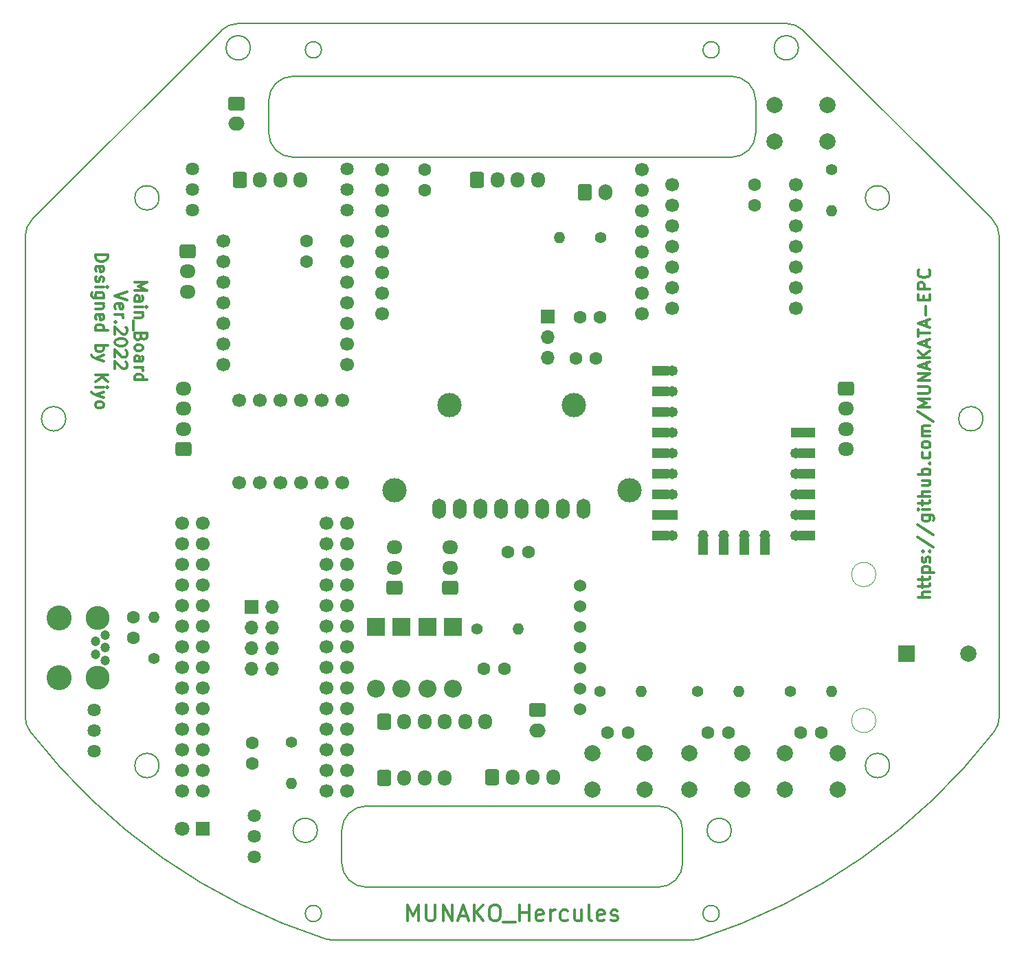
<source format=gts>
G04 #@! TF.GenerationSoftware,KiCad,Pcbnew,(6.0.4)*
G04 #@! TF.CreationDate,2022-03-28T09:35:34+09:00*
G04 #@! TF.ProjectId,Main_Board,4d61696e-5f42-46f6-9172-642e6b696361,rev?*
G04 #@! TF.SameCoordinates,Original*
G04 #@! TF.FileFunction,Soldermask,Top*
G04 #@! TF.FilePolarity,Negative*
%FSLAX46Y46*%
G04 Gerber Fmt 4.6, Leading zero omitted, Abs format (unit mm)*
G04 Created by KiCad (PCBNEW (6.0.4)) date 2022-03-28 09:35:34*
%MOMM*%
%LPD*%
G01*
G04 APERTURE LIST*
G04 Aperture macros list*
%AMRoundRect*
0 Rectangle with rounded corners*
0 $1 Rounding radius*
0 $2 $3 $4 $5 $6 $7 $8 $9 X,Y pos of 4 corners*
0 Add a 4 corners polygon primitive as box body*
4,1,4,$2,$3,$4,$5,$6,$7,$8,$9,$2,$3,0*
0 Add four circle primitives for the rounded corners*
1,1,$1+$1,$2,$3*
1,1,$1+$1,$4,$5*
1,1,$1+$1,$6,$7*
1,1,$1+$1,$8,$9*
0 Add four rect primitives between the rounded corners*
20,1,$1+$1,$2,$3,$4,$5,0*
20,1,$1+$1,$4,$5,$6,$7,0*
20,1,$1+$1,$6,$7,$8,$9,0*
20,1,$1+$1,$8,$9,$2,$3,0*%
G04 Aperture macros list end*
%ADD10C,0.300000*%
G04 #@! TA.AperFunction,Profile*
%ADD11C,0.200000*%
G04 #@! TD*
G04 #@! TA.AperFunction,Profile*
%ADD12C,0.120000*%
G04 #@! TD*
%ADD13C,1.600000*%
%ADD14R,2.200000X2.200000*%
%ADD15O,2.200000X2.200000*%
%ADD16C,1.400000*%
%ADD17O,1.400000X1.400000*%
%ADD18C,1.700000*%
%ADD19C,3.000000*%
%ADD20O,1.700000X2.500000*%
%ADD21RoundRect,0.250000X-0.725000X0.600000X-0.725000X-0.600000X0.725000X-0.600000X0.725000X0.600000X0*%
%ADD22O,1.950000X1.700000*%
%ADD23RoundRect,0.250000X-0.600000X-0.725000X0.600000X-0.725000X0.600000X0.725000X-0.600000X0.725000X0*%
%ADD24O,1.700000X1.950000*%
%ADD25C,1.635000*%
%ADD26R,2.000000X2.000000*%
%ADD27C,2.000000*%
%ADD28R,1.700000X1.700000*%
%ADD29O,1.700000X1.700000*%
%ADD30RoundRect,0.250000X-0.750000X0.600000X-0.750000X-0.600000X0.750000X-0.600000X0.750000X0.600000X0*%
%ADD31O,2.000000X1.700000*%
%ADD32RoundRect,0.250000X0.725000X-0.600000X0.725000X0.600000X-0.725000X0.600000X-0.725000X-0.600000X0*%
%ADD33R,2.000000X1.200000*%
%ADD34O,1.400000X1.300000*%
%ADD35R,1.400000X1.300000*%
%ADD36O,1.300000X1.400000*%
%ADD37R,1.200000X2.000000*%
%ADD38R,1.300000X1.300000*%
%ADD39R,1.800000X1.800000*%
%ADD40C,1.800000*%
%ADD41C,1.200000*%
%ADD42C,2.950000*%
%ADD43C,3.090000*%
%ADD44C,1.524000*%
%ADD45RoundRect,0.250000X-0.600000X-0.750000X0.600000X-0.750000X0.600000X0.750000X-0.600000X0.750000X0*%
%ADD46O,1.700000X2.000000*%
G04 APERTURE END LIST*
D10*
X242260576Y-113504867D02*
X240760576Y-113504867D01*
X242260576Y-112862010D02*
X241474862Y-112862010D01*
X241332005Y-112933438D01*
X241260576Y-113076295D01*
X241260576Y-113290581D01*
X241332005Y-113433438D01*
X241403433Y-113504867D01*
X241260576Y-112362010D02*
X241260576Y-111790581D01*
X240760576Y-112147724D02*
X242046290Y-112147724D01*
X242189147Y-112076295D01*
X242260576Y-111933438D01*
X242260576Y-111790581D01*
X241260576Y-111504867D02*
X241260576Y-110933438D01*
X240760576Y-111290581D02*
X242046290Y-111290581D01*
X242189147Y-111219152D01*
X242260576Y-111076295D01*
X242260576Y-110933438D01*
X241260576Y-110433438D02*
X242760576Y-110433438D01*
X241332005Y-110433438D02*
X241260576Y-110290581D01*
X241260576Y-110004867D01*
X241332005Y-109862010D01*
X241403433Y-109790581D01*
X241546290Y-109719152D01*
X241974862Y-109719152D01*
X242117719Y-109790581D01*
X242189147Y-109862010D01*
X242260576Y-110004867D01*
X242260576Y-110290581D01*
X242189147Y-110433438D01*
X242189147Y-109147724D02*
X242260576Y-109004867D01*
X242260576Y-108719152D01*
X242189147Y-108576295D01*
X242046290Y-108504867D01*
X241974862Y-108504867D01*
X241832005Y-108576295D01*
X241760576Y-108719152D01*
X241760576Y-108933438D01*
X241689147Y-109076295D01*
X241546290Y-109147724D01*
X241474862Y-109147724D01*
X241332005Y-109076295D01*
X241260576Y-108933438D01*
X241260576Y-108719152D01*
X241332005Y-108576295D01*
X242117719Y-107862010D02*
X242189147Y-107790581D01*
X242260576Y-107862010D01*
X242189147Y-107933438D01*
X242117719Y-107862010D01*
X242260576Y-107862010D01*
X241332005Y-107862010D02*
X241403433Y-107790581D01*
X241474862Y-107862010D01*
X241403433Y-107933438D01*
X241332005Y-107862010D01*
X241474862Y-107862010D01*
X240689147Y-106076295D02*
X242617719Y-107362010D01*
X240689147Y-104504867D02*
X242617719Y-105790581D01*
X241260576Y-103362010D02*
X242474862Y-103362010D01*
X242617719Y-103433438D01*
X242689147Y-103504867D01*
X242760576Y-103647724D01*
X242760576Y-103862010D01*
X242689147Y-104004867D01*
X242189147Y-103362010D02*
X242260576Y-103504867D01*
X242260576Y-103790581D01*
X242189147Y-103933438D01*
X242117719Y-104004867D01*
X241974862Y-104076295D01*
X241546290Y-104076295D01*
X241403433Y-104004867D01*
X241332005Y-103933438D01*
X241260576Y-103790581D01*
X241260576Y-103504867D01*
X241332005Y-103362010D01*
X242260576Y-102647724D02*
X241260576Y-102647724D01*
X240760576Y-102647724D02*
X240832005Y-102719152D01*
X240903433Y-102647724D01*
X240832005Y-102576295D01*
X240760576Y-102647724D01*
X240903433Y-102647724D01*
X241260576Y-102147724D02*
X241260576Y-101576295D01*
X240760576Y-101933438D02*
X242046290Y-101933438D01*
X242189147Y-101862010D01*
X242260576Y-101719152D01*
X242260576Y-101576295D01*
X242260576Y-101076295D02*
X240760576Y-101076295D01*
X242260576Y-100433438D02*
X241474862Y-100433438D01*
X241332005Y-100504867D01*
X241260576Y-100647724D01*
X241260576Y-100862010D01*
X241332005Y-101004867D01*
X241403433Y-101076295D01*
X241260576Y-99076295D02*
X242260576Y-99076295D01*
X241260576Y-99719152D02*
X242046290Y-99719152D01*
X242189147Y-99647724D01*
X242260576Y-99504867D01*
X242260576Y-99290581D01*
X242189147Y-99147724D01*
X242117719Y-99076295D01*
X242260576Y-98362010D02*
X240760576Y-98362010D01*
X241332005Y-98362010D02*
X241260576Y-98219152D01*
X241260576Y-97933438D01*
X241332005Y-97790581D01*
X241403433Y-97719152D01*
X241546290Y-97647724D01*
X241974862Y-97647724D01*
X242117719Y-97719152D01*
X242189147Y-97790581D01*
X242260576Y-97933438D01*
X242260576Y-98219152D01*
X242189147Y-98362010D01*
X242117719Y-97004867D02*
X242189147Y-96933438D01*
X242260576Y-97004867D01*
X242189147Y-97076295D01*
X242117719Y-97004867D01*
X242260576Y-97004867D01*
X242189147Y-95647724D02*
X242260576Y-95790581D01*
X242260576Y-96076295D01*
X242189147Y-96219152D01*
X242117719Y-96290581D01*
X241974862Y-96362010D01*
X241546290Y-96362010D01*
X241403433Y-96290581D01*
X241332005Y-96219152D01*
X241260576Y-96076295D01*
X241260576Y-95790581D01*
X241332005Y-95647724D01*
X242260576Y-94790581D02*
X242189147Y-94933438D01*
X242117719Y-95004867D01*
X241974862Y-95076295D01*
X241546290Y-95076295D01*
X241403433Y-95004867D01*
X241332005Y-94933438D01*
X241260576Y-94790581D01*
X241260576Y-94576295D01*
X241332005Y-94433438D01*
X241403433Y-94362010D01*
X241546290Y-94290581D01*
X241974862Y-94290581D01*
X242117719Y-94362010D01*
X242189147Y-94433438D01*
X242260576Y-94576295D01*
X242260576Y-94790581D01*
X242260576Y-93647724D02*
X241260576Y-93647724D01*
X241403433Y-93647724D02*
X241332005Y-93576295D01*
X241260576Y-93433438D01*
X241260576Y-93219152D01*
X241332005Y-93076295D01*
X241474862Y-93004867D01*
X242260576Y-93004867D01*
X241474862Y-93004867D02*
X241332005Y-92933438D01*
X241260576Y-92790581D01*
X241260576Y-92576295D01*
X241332005Y-92433438D01*
X241474862Y-92362010D01*
X242260576Y-92362010D01*
X240689147Y-90576295D02*
X242617719Y-91862010D01*
X242260576Y-90076295D02*
X240760576Y-90076295D01*
X241832005Y-89576295D01*
X240760576Y-89076295D01*
X242260576Y-89076295D01*
X240760576Y-88362010D02*
X241974862Y-88362010D01*
X242117719Y-88290581D01*
X242189147Y-88219152D01*
X242260576Y-88076295D01*
X242260576Y-87790581D01*
X242189147Y-87647724D01*
X242117719Y-87576295D01*
X241974862Y-87504867D01*
X240760576Y-87504867D01*
X242260576Y-86790581D02*
X240760576Y-86790581D01*
X242260576Y-85933438D01*
X240760576Y-85933438D01*
X241832005Y-85290581D02*
X241832005Y-84576295D01*
X242260576Y-85433438D02*
X240760576Y-84933438D01*
X242260576Y-84433438D01*
X242260576Y-83933438D02*
X240760576Y-83933438D01*
X242260576Y-83076295D02*
X241403433Y-83719152D01*
X240760576Y-83076295D02*
X241617719Y-83933438D01*
X241832005Y-82504867D02*
X241832005Y-81790581D01*
X242260576Y-82647724D02*
X240760576Y-82147724D01*
X242260576Y-81647724D01*
X240760576Y-81362010D02*
X240760576Y-80504867D01*
X242260576Y-80933438D02*
X240760576Y-80933438D01*
X241832005Y-80076295D02*
X241832005Y-79362010D01*
X242260576Y-80219152D02*
X240760576Y-79719152D01*
X242260576Y-79219152D01*
X241689147Y-78719152D02*
X241689147Y-77576295D01*
X241474862Y-76862010D02*
X241474862Y-76362010D01*
X242260576Y-76147724D02*
X242260576Y-76862010D01*
X240760576Y-76862010D01*
X240760576Y-76147724D01*
X242260576Y-75504867D02*
X240760576Y-75504867D01*
X240760576Y-74933438D01*
X240832005Y-74790581D01*
X240903433Y-74719152D01*
X241046290Y-74647724D01*
X241260576Y-74647724D01*
X241403433Y-74719152D01*
X241474862Y-74790581D01*
X241546290Y-74933438D01*
X241546290Y-75504867D01*
X242117719Y-73147724D02*
X242189147Y-73219152D01*
X242260576Y-73433438D01*
X242260576Y-73576295D01*
X242189147Y-73790581D01*
X242046290Y-73933438D01*
X241903433Y-74004867D01*
X241617719Y-74076295D01*
X241403433Y-74076295D01*
X241117719Y-74004867D01*
X240974862Y-73933438D01*
X240832005Y-73790581D01*
X240760576Y-73576295D01*
X240760576Y-73433438D01*
X240832005Y-73219152D01*
X240903433Y-73147724D01*
X144258433Y-74626295D02*
X145758433Y-74626295D01*
X144687005Y-75126295D01*
X145758433Y-75626295D01*
X144258433Y-75626295D01*
X144258433Y-76983438D02*
X145044147Y-76983438D01*
X145187005Y-76912010D01*
X145258433Y-76769152D01*
X145258433Y-76483438D01*
X145187005Y-76340581D01*
X144329862Y-76983438D02*
X144258433Y-76840581D01*
X144258433Y-76483438D01*
X144329862Y-76340581D01*
X144472719Y-76269152D01*
X144615576Y-76269152D01*
X144758433Y-76340581D01*
X144829862Y-76483438D01*
X144829862Y-76840581D01*
X144901290Y-76983438D01*
X144258433Y-77697724D02*
X145258433Y-77697724D01*
X145758433Y-77697724D02*
X145687005Y-77626295D01*
X145615576Y-77697724D01*
X145687005Y-77769152D01*
X145758433Y-77697724D01*
X145615576Y-77697724D01*
X145258433Y-78412010D02*
X144258433Y-78412010D01*
X145115576Y-78412010D02*
X145187005Y-78483438D01*
X145258433Y-78626295D01*
X145258433Y-78840581D01*
X145187005Y-78983438D01*
X145044147Y-79054867D01*
X144258433Y-79054867D01*
X144115576Y-79412010D02*
X144115576Y-80554867D01*
X145044147Y-81412010D02*
X144972719Y-81626295D01*
X144901290Y-81697724D01*
X144758433Y-81769152D01*
X144544147Y-81769152D01*
X144401290Y-81697724D01*
X144329862Y-81626295D01*
X144258433Y-81483438D01*
X144258433Y-80912010D01*
X145758433Y-80912010D01*
X145758433Y-81412010D01*
X145687005Y-81554867D01*
X145615576Y-81626295D01*
X145472719Y-81697724D01*
X145329862Y-81697724D01*
X145187005Y-81626295D01*
X145115576Y-81554867D01*
X145044147Y-81412010D01*
X145044147Y-80912010D01*
X144258433Y-82626295D02*
X144329862Y-82483438D01*
X144401290Y-82412010D01*
X144544147Y-82340581D01*
X144972719Y-82340581D01*
X145115576Y-82412010D01*
X145187005Y-82483438D01*
X145258433Y-82626295D01*
X145258433Y-82840581D01*
X145187005Y-82983438D01*
X145115576Y-83054867D01*
X144972719Y-83126295D01*
X144544147Y-83126295D01*
X144401290Y-83054867D01*
X144329862Y-82983438D01*
X144258433Y-82840581D01*
X144258433Y-82626295D01*
X144258433Y-84412010D02*
X145044147Y-84412010D01*
X145187005Y-84340581D01*
X145258433Y-84197724D01*
X145258433Y-83912010D01*
X145187005Y-83769152D01*
X144329862Y-84412010D02*
X144258433Y-84269152D01*
X144258433Y-83912010D01*
X144329862Y-83769152D01*
X144472719Y-83697724D01*
X144615576Y-83697724D01*
X144758433Y-83769152D01*
X144829862Y-83912010D01*
X144829862Y-84269152D01*
X144901290Y-84412010D01*
X144258433Y-85126295D02*
X145258433Y-85126295D01*
X144972719Y-85126295D02*
X145115576Y-85197724D01*
X145187005Y-85269152D01*
X145258433Y-85412010D01*
X145258433Y-85554867D01*
X144258433Y-86697724D02*
X145758433Y-86697724D01*
X144329862Y-86697724D02*
X144258433Y-86554867D01*
X144258433Y-86269152D01*
X144329862Y-86126295D01*
X144401290Y-86054867D01*
X144544147Y-85983438D01*
X144972719Y-85983438D01*
X145115576Y-86054867D01*
X145187005Y-86126295D01*
X145258433Y-86269152D01*
X145258433Y-86554867D01*
X145187005Y-86697724D01*
X143343433Y-75840581D02*
X141843433Y-76340581D01*
X143343433Y-76840581D01*
X141914862Y-77912010D02*
X141843433Y-77769152D01*
X141843433Y-77483438D01*
X141914862Y-77340581D01*
X142057719Y-77269152D01*
X142629147Y-77269152D01*
X142772005Y-77340581D01*
X142843433Y-77483438D01*
X142843433Y-77769152D01*
X142772005Y-77912010D01*
X142629147Y-77983438D01*
X142486290Y-77983438D01*
X142343433Y-77269152D01*
X141843433Y-78626295D02*
X142843433Y-78626295D01*
X142557719Y-78626295D02*
X142700576Y-78697724D01*
X142772005Y-78769152D01*
X142843433Y-78912010D01*
X142843433Y-79054867D01*
X141986290Y-79554867D02*
X141914862Y-79626295D01*
X141843433Y-79554867D01*
X141914862Y-79483438D01*
X141986290Y-79554867D01*
X141843433Y-79554867D01*
X143200576Y-80197724D02*
X143272005Y-80269152D01*
X143343433Y-80412010D01*
X143343433Y-80769152D01*
X143272005Y-80912010D01*
X143200576Y-80983438D01*
X143057719Y-81054867D01*
X142914862Y-81054867D01*
X142700576Y-80983438D01*
X141843433Y-80126295D01*
X141843433Y-81054867D01*
X143343433Y-81983438D02*
X143343433Y-82126295D01*
X143272005Y-82269152D01*
X143200576Y-82340581D01*
X143057719Y-82412010D01*
X142772005Y-82483438D01*
X142414862Y-82483438D01*
X142129147Y-82412010D01*
X141986290Y-82340581D01*
X141914862Y-82269152D01*
X141843433Y-82126295D01*
X141843433Y-81983438D01*
X141914862Y-81840581D01*
X141986290Y-81769152D01*
X142129147Y-81697724D01*
X142414862Y-81626295D01*
X142772005Y-81626295D01*
X143057719Y-81697724D01*
X143200576Y-81769152D01*
X143272005Y-81840581D01*
X143343433Y-81983438D01*
X143200576Y-83054867D02*
X143272005Y-83126295D01*
X143343433Y-83269152D01*
X143343433Y-83626295D01*
X143272005Y-83769152D01*
X143200576Y-83840581D01*
X143057719Y-83912010D01*
X142914862Y-83912010D01*
X142700576Y-83840581D01*
X141843433Y-82983438D01*
X141843433Y-83912010D01*
X143200576Y-84483438D02*
X143272005Y-84554867D01*
X143343433Y-84697724D01*
X143343433Y-85054867D01*
X143272005Y-85197724D01*
X143200576Y-85269152D01*
X143057719Y-85340581D01*
X142914862Y-85340581D01*
X142700576Y-85269152D01*
X141843433Y-84412010D01*
X141843433Y-85340581D01*
X139428433Y-71233438D02*
X140928433Y-71233438D01*
X140928433Y-71590581D01*
X140857005Y-71804867D01*
X140714147Y-71947724D01*
X140571290Y-72019152D01*
X140285576Y-72090581D01*
X140071290Y-72090581D01*
X139785576Y-72019152D01*
X139642719Y-71947724D01*
X139499862Y-71804867D01*
X139428433Y-71590581D01*
X139428433Y-71233438D01*
X139499862Y-73304867D02*
X139428433Y-73162010D01*
X139428433Y-72876295D01*
X139499862Y-72733438D01*
X139642719Y-72662010D01*
X140214147Y-72662010D01*
X140357005Y-72733438D01*
X140428433Y-72876295D01*
X140428433Y-73162010D01*
X140357005Y-73304867D01*
X140214147Y-73376295D01*
X140071290Y-73376295D01*
X139928433Y-72662010D01*
X139499862Y-73947724D02*
X139428433Y-74090581D01*
X139428433Y-74376295D01*
X139499862Y-74519152D01*
X139642719Y-74590581D01*
X139714147Y-74590581D01*
X139857005Y-74519152D01*
X139928433Y-74376295D01*
X139928433Y-74162010D01*
X139999862Y-74019152D01*
X140142719Y-73947724D01*
X140214147Y-73947724D01*
X140357005Y-74019152D01*
X140428433Y-74162010D01*
X140428433Y-74376295D01*
X140357005Y-74519152D01*
X139428433Y-75233438D02*
X140428433Y-75233438D01*
X140928433Y-75233438D02*
X140857005Y-75162010D01*
X140785576Y-75233438D01*
X140857005Y-75304867D01*
X140928433Y-75233438D01*
X140785576Y-75233438D01*
X140428433Y-76590581D02*
X139214147Y-76590581D01*
X139071290Y-76519152D01*
X138999862Y-76447724D01*
X138928433Y-76304867D01*
X138928433Y-76090581D01*
X138999862Y-75947724D01*
X139499862Y-76590581D02*
X139428433Y-76447724D01*
X139428433Y-76162010D01*
X139499862Y-76019152D01*
X139571290Y-75947724D01*
X139714147Y-75876295D01*
X140142719Y-75876295D01*
X140285576Y-75947724D01*
X140357005Y-76019152D01*
X140428433Y-76162010D01*
X140428433Y-76447724D01*
X140357005Y-76590581D01*
X140428433Y-77304867D02*
X139428433Y-77304867D01*
X140285576Y-77304867D02*
X140357005Y-77376295D01*
X140428433Y-77519152D01*
X140428433Y-77733438D01*
X140357005Y-77876295D01*
X140214147Y-77947724D01*
X139428433Y-77947724D01*
X139499862Y-79233438D02*
X139428433Y-79090581D01*
X139428433Y-78804867D01*
X139499862Y-78662010D01*
X139642719Y-78590581D01*
X140214147Y-78590581D01*
X140357005Y-78662010D01*
X140428433Y-78804867D01*
X140428433Y-79090581D01*
X140357005Y-79233438D01*
X140214147Y-79304867D01*
X140071290Y-79304867D01*
X139928433Y-78590581D01*
X139428433Y-80590581D02*
X140928433Y-80590581D01*
X139499862Y-80590581D02*
X139428433Y-80447724D01*
X139428433Y-80162010D01*
X139499862Y-80019152D01*
X139571290Y-79947724D01*
X139714147Y-79876295D01*
X140142719Y-79876295D01*
X140285576Y-79947724D01*
X140357005Y-80019152D01*
X140428433Y-80162010D01*
X140428433Y-80447724D01*
X140357005Y-80590581D01*
X139428433Y-82447724D02*
X140928433Y-82447724D01*
X140357005Y-82447724D02*
X140428433Y-82590581D01*
X140428433Y-82876295D01*
X140357005Y-83019152D01*
X140285576Y-83090581D01*
X140142719Y-83162010D01*
X139714147Y-83162010D01*
X139571290Y-83090581D01*
X139499862Y-83019152D01*
X139428433Y-82876295D01*
X139428433Y-82590581D01*
X139499862Y-82447724D01*
X140428433Y-83662010D02*
X139428433Y-84019152D01*
X140428433Y-84376295D02*
X139428433Y-84019152D01*
X139071290Y-83876295D01*
X138999862Y-83804867D01*
X138928433Y-83662010D01*
X139428433Y-86090581D02*
X140928433Y-86090581D01*
X139428433Y-86947724D02*
X140285576Y-86304867D01*
X140928433Y-86947724D02*
X140071290Y-86090581D01*
X139428433Y-87590581D02*
X140428433Y-87590581D01*
X140928433Y-87590581D02*
X140857005Y-87519152D01*
X140785576Y-87590581D01*
X140857005Y-87662010D01*
X140928433Y-87590581D01*
X140785576Y-87590581D01*
X140428433Y-88162010D02*
X139428433Y-88519152D01*
X140428433Y-88876295D02*
X139428433Y-88519152D01*
X139071290Y-88376295D01*
X138999862Y-88304867D01*
X138928433Y-88162010D01*
X139428433Y-89662010D02*
X139499862Y-89519152D01*
X139571290Y-89447724D01*
X139714147Y-89376295D01*
X140142719Y-89376295D01*
X140285576Y-89447724D01*
X140357005Y-89519152D01*
X140428433Y-89662010D01*
X140428433Y-89876295D01*
X140357005Y-90019152D01*
X140285576Y-90090581D01*
X140142719Y-90162010D01*
X139714147Y-90162010D01*
X139571290Y-90090581D01*
X139499862Y-90019152D01*
X139428433Y-89876295D01*
X139428433Y-89662010D01*
X177877243Y-153404612D02*
X177877243Y-151404612D01*
X178543909Y-152833184D01*
X179210576Y-151404612D01*
X179210576Y-153404612D01*
X180162957Y-151404612D02*
X180162957Y-153023660D01*
X180258195Y-153214136D01*
X180353433Y-153309374D01*
X180543909Y-153404612D01*
X180924862Y-153404612D01*
X181115338Y-153309374D01*
X181210576Y-153214136D01*
X181305814Y-153023660D01*
X181305814Y-151404612D01*
X182258195Y-153404612D02*
X182258195Y-151404612D01*
X183401052Y-153404612D01*
X183401052Y-151404612D01*
X184258195Y-152833184D02*
X185210576Y-152833184D01*
X184067719Y-153404612D02*
X184734385Y-151404612D01*
X185401052Y-153404612D01*
X186067719Y-153404612D02*
X186067719Y-151404612D01*
X187210576Y-153404612D02*
X186353433Y-152261755D01*
X187210576Y-151404612D02*
X186067719Y-152547470D01*
X188448671Y-151404612D02*
X188829624Y-151404612D01*
X189020100Y-151499851D01*
X189210576Y-151690327D01*
X189305814Y-152071279D01*
X189305814Y-152737946D01*
X189210576Y-153118898D01*
X189020100Y-153309374D01*
X188829624Y-153404612D01*
X188448671Y-153404612D01*
X188258195Y-153309374D01*
X188067719Y-153118898D01*
X187972481Y-152737946D01*
X187972481Y-152071279D01*
X188067719Y-151690327D01*
X188258195Y-151499851D01*
X188448671Y-151404612D01*
X189686766Y-153595089D02*
X191210576Y-153595089D01*
X191686766Y-153404612D02*
X191686766Y-151404612D01*
X191686766Y-152356993D02*
X192829624Y-152356993D01*
X192829624Y-153404612D02*
X192829624Y-151404612D01*
X194543909Y-153309374D02*
X194353433Y-153404612D01*
X193972481Y-153404612D01*
X193782005Y-153309374D01*
X193686766Y-153118898D01*
X193686766Y-152356993D01*
X193782005Y-152166517D01*
X193972481Y-152071279D01*
X194353433Y-152071279D01*
X194543909Y-152166517D01*
X194639147Y-152356993D01*
X194639147Y-152547470D01*
X193686766Y-152737946D01*
X195496290Y-153404612D02*
X195496290Y-152071279D01*
X195496290Y-152452231D02*
X195591528Y-152261755D01*
X195686766Y-152166517D01*
X195877243Y-152071279D01*
X196067719Y-152071279D01*
X197591528Y-153309374D02*
X197401052Y-153404612D01*
X197020100Y-153404612D01*
X196829624Y-153309374D01*
X196734385Y-153214136D01*
X196639147Y-153023660D01*
X196639147Y-152452231D01*
X196734385Y-152261755D01*
X196829624Y-152166517D01*
X197020100Y-152071279D01*
X197401052Y-152071279D01*
X197591528Y-152166517D01*
X199305814Y-152071279D02*
X199305814Y-153404612D01*
X198448671Y-152071279D02*
X198448671Y-153118898D01*
X198543909Y-153309374D01*
X198734385Y-153404612D01*
X199020100Y-153404612D01*
X199210576Y-153309374D01*
X199305814Y-153214136D01*
X200543909Y-153404612D02*
X200353433Y-153309374D01*
X200258195Y-153118898D01*
X200258195Y-151404612D01*
X202067719Y-153309374D02*
X201877243Y-153404612D01*
X201496290Y-153404612D01*
X201305814Y-153309374D01*
X201210576Y-153118898D01*
X201210576Y-152356993D01*
X201305814Y-152166517D01*
X201496290Y-152071279D01*
X201877243Y-152071279D01*
X202067719Y-152166517D01*
X202162957Y-152356993D01*
X202162957Y-152547470D01*
X201210576Y-152737946D01*
X202924862Y-153309374D02*
X203115338Y-153404612D01*
X203496290Y-153404612D01*
X203686766Y-153309374D01*
X203782005Y-153118898D01*
X203782005Y-153023660D01*
X203686766Y-152833184D01*
X203496290Y-152737946D01*
X203210576Y-152737946D01*
X203020100Y-152642708D01*
X202924862Y-152452231D01*
X202924862Y-152356993D01*
X203020100Y-152166517D01*
X203210576Y-152071279D01*
X203496290Y-152071279D01*
X203686766Y-152166517D01*
D11*
X135782005Y-91484651D02*
G75*
G03*
X135782005Y-91484651I-1500000J0D01*
G01*
X216282005Y-45992010D02*
G75*
G03*
X216282005Y-45992010I-1000000J0D01*
G01*
X208782005Y-149242005D02*
G75*
G03*
X211782005Y-146242010I-5J3000005D01*
G01*
X237282005Y-64242010D02*
G75*
G03*
X237282005Y-64242010I-1500000J0D01*
G01*
X226660685Y-43620690D02*
X249903325Y-66863330D01*
X157024646Y-42742039D02*
G75*
G03*
X154903325Y-43620690I-46J-2999961D01*
G01*
X160781990Y-56242010D02*
G75*
G03*
X163782005Y-59242010I3000010J10D01*
G01*
X160782005Y-52242010D02*
X160782005Y-56242010D01*
X250781968Y-68984651D02*
G75*
G03*
X249903325Y-66863330I-2999968J51D01*
G01*
X211781990Y-142242010D02*
G75*
G03*
X208782005Y-139242010I-2999990J10D01*
G01*
X163782005Y-59242010D02*
X217782005Y-59242010D01*
X217782005Y-142242010D02*
G75*
G03*
X217782005Y-142242010I-1500000J0D01*
G01*
X157024646Y-42742010D02*
X224539364Y-42742010D01*
X220782005Y-56242010D02*
X220782005Y-52242010D01*
X147282005Y-64242010D02*
G75*
G03*
X147282005Y-64242010I-1500000J0D01*
G01*
X131660685Y-66863330D02*
X154903325Y-43620690D01*
X131407001Y-130063508D02*
G75*
G03*
X167829319Y-155643510I59374999J45821508D01*
G01*
X250782005Y-68984651D02*
X250782005Y-128230645D01*
X130781976Y-128230645D02*
G75*
G03*
X131407005Y-130063505I3000024J45D01*
G01*
X220781990Y-52242010D02*
G75*
G03*
X217782005Y-49242010I-2999990J10D01*
G01*
X169781990Y-146242010D02*
G75*
G03*
X172782005Y-149242010I3000010J10D01*
G01*
X172782005Y-139242005D02*
G75*
G03*
X169782005Y-142242010I-5J-2999995D01*
G01*
X212816583Y-155787450D02*
X168747427Y-155787450D01*
X211782005Y-142242010D02*
X211782005Y-146242010D01*
X172782005Y-139242010D02*
X208782005Y-139242010D01*
X217782005Y-59242005D02*
G75*
G03*
X220782005Y-56242010I-5J3000005D01*
G01*
X131660661Y-66863306D02*
G75*
G03*
X130782005Y-68984651I2121339J-2121294D01*
G01*
X212816583Y-155787447D02*
G75*
G03*
X213734691Y-155643510I17J2999947D01*
G01*
X213734691Y-155643509D02*
G75*
G03*
X250157005Y-130063505I-22952691J71401509D01*
G01*
X130782005Y-128230645D02*
X130782005Y-68984651D01*
X237282005Y-134242010D02*
G75*
G03*
X237282005Y-134242010I-1500000J0D01*
G01*
X163782005Y-49242005D02*
G75*
G03*
X160782005Y-52242010I-5J-2999995D01*
G01*
X226660701Y-43620674D02*
G75*
G03*
X224539364Y-42742010I-2121301J-2121326D01*
G01*
X226039364Y-45742010D02*
G75*
G03*
X226039364Y-45742010I-1500000J0D01*
G01*
X167282005Y-45992010D02*
G75*
G03*
X167282005Y-45992010I-1000000J0D01*
G01*
X158524646Y-45742010D02*
G75*
G03*
X158524646Y-45742010I-1500000J0D01*
G01*
X167829317Y-155643515D02*
G75*
G03*
X168747427Y-155787450I918083J2856015D01*
G01*
X216282005Y-152492010D02*
G75*
G03*
X216282005Y-152492010I-1000000J0D01*
G01*
X250156984Y-130063489D02*
G75*
G03*
X250782005Y-128230645I-2374984J1832889D01*
G01*
X248782005Y-91484651D02*
G75*
G03*
X248782005Y-91484651I-1500000J0D01*
G01*
X167282005Y-152492010D02*
G75*
G03*
X167282005Y-152492010I-1000000J0D01*
G01*
X217782005Y-49242010D02*
X163782005Y-49242010D01*
X208782005Y-149242010D02*
X172782005Y-149242010D01*
X166782005Y-142242010D02*
G75*
G03*
X166782005Y-142242010I-1500000J0D01*
G01*
X147282005Y-134242010D02*
G75*
G03*
X147282005Y-134242010I-1500000J0D01*
G01*
X169782005Y-146242010D02*
X169782005Y-142242010D01*
D12*
X235587000Y-110689700D02*
G75*
G03*
X235587000Y-110689700I-1500000J0D01*
G01*
X235587000Y-128689700D02*
G75*
G03*
X235587000Y-128689700I-1500000J0D01*
G01*
D13*
X158782000Y-133984700D03*
X158782000Y-131484700D03*
X220627000Y-62654700D03*
X220627000Y-65154700D03*
D14*
X180317000Y-117181000D03*
D15*
X180317000Y-124801000D03*
D16*
X213627000Y-125139700D03*
D17*
X218707000Y-125139700D03*
D13*
X201122000Y-84001000D03*
X198622000Y-84001000D03*
D18*
X157127000Y-89247000D03*
X159667000Y-89247000D03*
X162207000Y-89247000D03*
X164747000Y-89247000D03*
X167287000Y-89247000D03*
X169827000Y-89247000D03*
X169827000Y-99407000D03*
X167287000Y-99407000D03*
X164747000Y-99407000D03*
X162207000Y-99407000D03*
X159667000Y-99407000D03*
X157127000Y-99407000D03*
D14*
X173967000Y-117181000D03*
D15*
X173967000Y-124801000D03*
D19*
X198347000Y-89842000D03*
X183027000Y-89842000D03*
D20*
X199577000Y-102582000D03*
X197037000Y-102582000D03*
X194497000Y-102582000D03*
X191957000Y-102582000D03*
X189417000Y-102582000D03*
X186877000Y-102582000D03*
X184337000Y-102582000D03*
X181797000Y-102582000D03*
D21*
X231932000Y-87734700D03*
D22*
X231932000Y-90234700D03*
X231932000Y-92734700D03*
X231932000Y-95234700D03*
D21*
X150777000Y-70832000D03*
D22*
X150777000Y-73332000D03*
X150777000Y-75832000D03*
D23*
X157187000Y-62052000D03*
D24*
X159687000Y-62052000D03*
X162187000Y-62052000D03*
X164687000Y-62052000D03*
D16*
X201662000Y-69150000D03*
D17*
X196582000Y-69150000D03*
D25*
X170462000Y-60672000D03*
X170462000Y-63212000D03*
X170462000Y-65752000D03*
D13*
X187302000Y-122324700D03*
X189802000Y-122324700D03*
D16*
X146642000Y-121054700D03*
D17*
X146642000Y-115974700D03*
D23*
X188302000Y-135711000D03*
D24*
X190802000Y-135711000D03*
X193302000Y-135711000D03*
X195802000Y-135711000D03*
D26*
X239352000Y-120419700D03*
D27*
X246952000Y-120419700D03*
D13*
X214917000Y-130219700D03*
X217417000Y-130219700D03*
D28*
X158702000Y-114714700D03*
D29*
X161242000Y-114714700D03*
X158702000Y-117254700D03*
X161242000Y-117254700D03*
X158702000Y-119794700D03*
X161242000Y-119794700D03*
X158702000Y-122334700D03*
X161242000Y-122334700D03*
D16*
X186422000Y-117410000D03*
D17*
X191502000Y-117410000D03*
D28*
X195182000Y-78917000D03*
D29*
X195182000Y-81457000D03*
X195182000Y-83997000D03*
D30*
X156782000Y-52596000D03*
D31*
X156782000Y-55096000D03*
D25*
X139302000Y-132484700D03*
X139302000Y-129944700D03*
X139302000Y-127404700D03*
X151412000Y-60672000D03*
X151412000Y-63212000D03*
X151412000Y-65752000D03*
D16*
X230152000Y-60761000D03*
D17*
X230152000Y-65841000D03*
D18*
X152682000Y-134839700D03*
X150142000Y-109439700D03*
X150142000Y-129759700D03*
X150142000Y-127219700D03*
X170462000Y-132299700D03*
X167922000Y-137379700D03*
X167922000Y-134839700D03*
X167922000Y-132299700D03*
X167922000Y-129759700D03*
X167922000Y-127219700D03*
X167922000Y-124679700D03*
X167922000Y-122139700D03*
X167922000Y-119599700D03*
X167922000Y-117059700D03*
X167922000Y-114519700D03*
X167922000Y-111979700D03*
X167922000Y-109439700D03*
X167922000Y-106899700D03*
X167922000Y-104359700D03*
X170462000Y-104359700D03*
X150142000Y-106899700D03*
X150142000Y-104359700D03*
X152682000Y-104359700D03*
X152682000Y-106899700D03*
X152682000Y-109439700D03*
X152682000Y-111979700D03*
X152682000Y-114519700D03*
X152682000Y-117059700D03*
X152682000Y-119599700D03*
X152682000Y-122139700D03*
X152682000Y-124679700D03*
X152682000Y-127219700D03*
X152682000Y-129759700D03*
X152682000Y-132299700D03*
X170462000Y-127219700D03*
X150142000Y-111979700D03*
X152682000Y-137379700D03*
X150142000Y-137379700D03*
X150142000Y-114519700D03*
X150142000Y-122139700D03*
X150142000Y-119599700D03*
X150142000Y-124679700D03*
X150142000Y-117059700D03*
X170462000Y-117059700D03*
X170462000Y-106899700D03*
X170462000Y-114519700D03*
X170462000Y-109439700D03*
X170462000Y-111979700D03*
X170462000Y-137379700D03*
X170462000Y-134839700D03*
X170462000Y-129759700D03*
X170462000Y-124679700D03*
X170462000Y-122139700D03*
X170462000Y-119599700D03*
X150142000Y-134839700D03*
X150142000Y-132299700D03*
D32*
X150267000Y-95234700D03*
D22*
X150267000Y-92734700D03*
X150267000Y-90234700D03*
X150267000Y-87734700D03*
D16*
X225057000Y-125139700D03*
D17*
X230137000Y-125139700D03*
D33*
X209072180Y-85579960D03*
D34*
X210452180Y-85579960D03*
X210452180Y-88119960D03*
D33*
X209072180Y-88119960D03*
X209072180Y-90659960D03*
D34*
X210452180Y-90659960D03*
X210452180Y-93199960D03*
D33*
X209072180Y-93199960D03*
X209072180Y-95739960D03*
D34*
X210452180Y-95739960D03*
X210452180Y-98279960D03*
D33*
X209072180Y-98279960D03*
X209072180Y-100819960D03*
D34*
X210452180Y-100819960D03*
D33*
X209072180Y-103359960D03*
D35*
X210452180Y-103359960D03*
D33*
X209072180Y-105899960D03*
D34*
X210452180Y-105899960D03*
D36*
X214261240Y-105899960D03*
D37*
X214262180Y-107279960D03*
X216802180Y-107279960D03*
D36*
X216803780Y-105899960D03*
D37*
X219342180Y-107279960D03*
D36*
X219343780Y-105899960D03*
D37*
X221882180Y-107279960D03*
D36*
X221883780Y-105899960D03*
D34*
X225692180Y-105899960D03*
D33*
X227072180Y-105899960D03*
D34*
X225692180Y-103359960D03*
D33*
X227072180Y-103359960D03*
D34*
X225692180Y-100819960D03*
D33*
X227072180Y-100819960D03*
D34*
X225692180Y-98279960D03*
D33*
X227072180Y-98279960D03*
D34*
X225692180Y-95739960D03*
D33*
X227072180Y-95739960D03*
X227072180Y-93199960D03*
D38*
X225692180Y-93199960D03*
D13*
X205062000Y-130219700D03*
X202562000Y-130219700D03*
X199122000Y-78921000D03*
X201622000Y-78921000D03*
X179987000Y-63281000D03*
X179987000Y-60781000D03*
D32*
X176262000Y-112330000D03*
D22*
X176262000Y-109830000D03*
X176262000Y-107330000D03*
D30*
X193886000Y-127424700D03*
D31*
X193886000Y-129924700D03*
D39*
X152687000Y-142041000D03*
D40*
X150147000Y-142041000D03*
D13*
X165472000Y-69582000D03*
X165472000Y-72082000D03*
D18*
X155222000Y-69562000D03*
X155222000Y-72102000D03*
X155222000Y-74642000D03*
X155222000Y-77182000D03*
X155222000Y-79722000D03*
X155222000Y-82262000D03*
X155222000Y-84802000D03*
X170462000Y-84802000D03*
X170462000Y-82262000D03*
X170462000Y-79722000D03*
X170462000Y-77182000D03*
X170462000Y-74642000D03*
X170462000Y-72102000D03*
X170462000Y-69562000D03*
D32*
X183162000Y-112330000D03*
D22*
X183162000Y-109830000D03*
X183162000Y-107330000D03*
D23*
X174967000Y-128801000D03*
D24*
X177467000Y-128801000D03*
X179967000Y-128801000D03*
X182467000Y-128801000D03*
X184967000Y-128801000D03*
X187467000Y-128801000D03*
D18*
X210467000Y-62634700D03*
X210467000Y-65174700D03*
X210467000Y-67714700D03*
X210467000Y-70254700D03*
X210467000Y-72794700D03*
X210467000Y-75334700D03*
X210467000Y-77874700D03*
X225707000Y-77874700D03*
X225707000Y-75334700D03*
X225707000Y-72794700D03*
X225707000Y-70254700D03*
X225707000Y-67714700D03*
X225707000Y-65174700D03*
X225707000Y-62634700D03*
D41*
X140622000Y-118126000D03*
X139422000Y-118926000D03*
X140622000Y-119726000D03*
X139422000Y-120526000D03*
D42*
X139722000Y-116026000D03*
D43*
X134972000Y-123426000D03*
D42*
X139722000Y-123426000D03*
D43*
X134972000Y-116026000D03*
D41*
X140622000Y-121326000D03*
D14*
X177142000Y-117181000D03*
D15*
X177142000Y-124801000D03*
D16*
X163562000Y-131380000D03*
D17*
X163562000Y-136460000D03*
D13*
X192772000Y-107885000D03*
X190272000Y-107885000D03*
X144102000Y-115994700D03*
X144102000Y-118494700D03*
D23*
X186457000Y-62051000D03*
D24*
X188957000Y-62051000D03*
X191457000Y-62051000D03*
X193957000Y-62051000D03*
D13*
X226347000Y-130219700D03*
X228847000Y-130219700D03*
D27*
X223092000Y-52796000D03*
X229592000Y-52796000D03*
X223092000Y-57296000D03*
X229592000Y-57296000D03*
X212620000Y-132716000D03*
X219120000Y-132716000D03*
X219120000Y-137216000D03*
X212620000Y-137216000D03*
D14*
X183492000Y-117181000D03*
D15*
X183492000Y-124801000D03*
D44*
X199127000Y-112069700D03*
X199127000Y-114609700D03*
X199127000Y-117149700D03*
X199127000Y-119689700D03*
X199127000Y-122229700D03*
X199127000Y-124769700D03*
X199127000Y-127309700D03*
D27*
X230862000Y-132716000D03*
X224362000Y-132716000D03*
X224362000Y-137216000D03*
X230862000Y-137216000D03*
D45*
X199732000Y-63521000D03*
D46*
X202232000Y-63521000D03*
D23*
X174967000Y-135801000D03*
D24*
X177467000Y-135801000D03*
X179967000Y-135801000D03*
X182467000Y-135801000D03*
D16*
X201562000Y-125139700D03*
D17*
X206642000Y-125139700D03*
D19*
X205260000Y-100295000D03*
X176304000Y-100295000D03*
D18*
X174782000Y-60798000D03*
X174782000Y-63338000D03*
X174782000Y-65878000D03*
X174782000Y-68418000D03*
X174782000Y-70958000D03*
X174782000Y-73498000D03*
X174782000Y-76038000D03*
X174782000Y-78578000D03*
X206782000Y-78578000D03*
X206782000Y-76038000D03*
X206782000Y-73498000D03*
X206782000Y-70958000D03*
X206782000Y-68418000D03*
X206782000Y-65878000D03*
X206782000Y-63338000D03*
X206782000Y-60798000D03*
D27*
X200620000Y-132716000D03*
X207120000Y-132716000D03*
X207120000Y-137216000D03*
X200620000Y-137216000D03*
D25*
X159032000Y-145524700D03*
X159032000Y-142984700D03*
X159032000Y-140444700D03*
M02*

</source>
